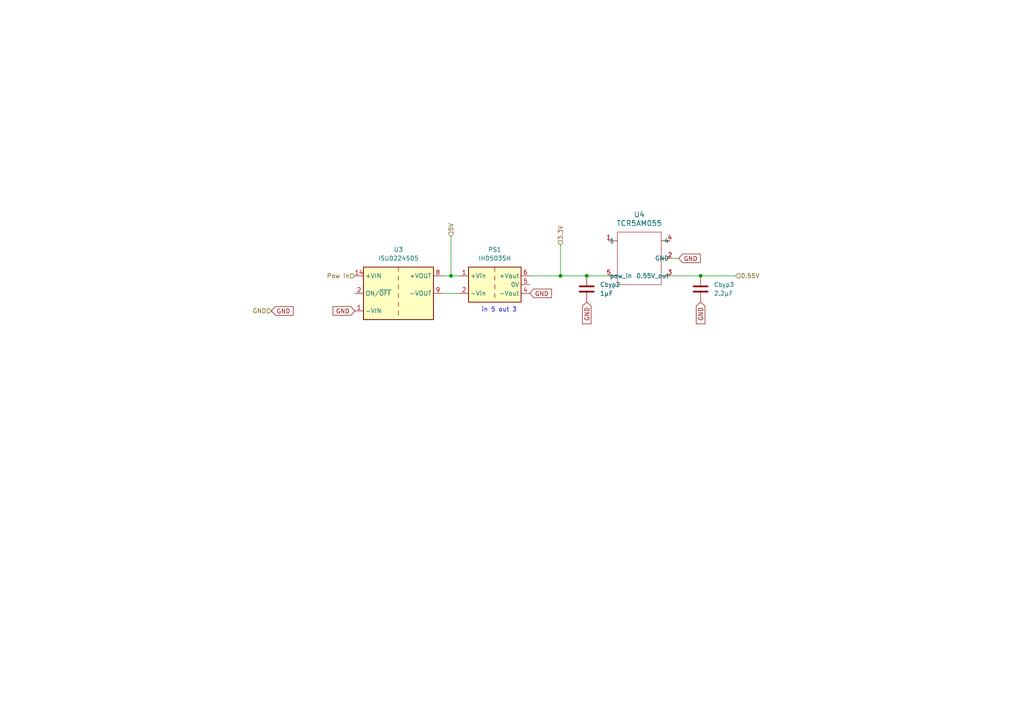
<source format=kicad_sch>
(kicad_sch (version 20231120) (generator "eeschema") (generator_version "8.0")
  (paper "A4")
  (lib_symbols
    (symbol "Converter_DCDC:IH0503SH"
      (property "Reference" "PS" (at -7.62 6.35 0))
      (property "Value" "IH0503SH" (at 1.27 6.35 0))
      (symbol "IH0503SH_0_0"
        (pin power_in line (at -10.16 2.54 0) (length 2.54) (name "+Vin") (number "1"))
        (pin power_in line (at -10.16 -2.54 0) (length 2.54) (name "-Vin") (number "2"))
        (pin power_out line (at 10.16 -2.54 180) (length 2.54) (name "-Vout") (number "4"))
        (pin power_out line (at 10.16 0 180) (length 2.54) (name "0V") (number "5"))
        (pin power_out line (at 10.16 2.54 180) (length 2.54) (name "+Vout") (number "6"))
      )
      (symbol "IH0503SH_0_1"
        (rectangle (start -7.62 5.08) (end 7.62 -5.08) (stroke (width 0.254)) (fill (type background)))
        (polyline (pts (xy 0 -2.54) (xy 0 -3.81)))
        (polyline (pts (xy 0 0) (xy 0 -1.27)))
        (polyline (pts (xy 0 2.54) (xy 0 1.27)))
        (polyline (pts (xy 0 5.08) (xy 0 3.81)))
      )
    )
    (symbol "Converter_DCDC:ISU0224S05"
      (property "Reference" "U" (at 0 11.43 0))
      (property "Value" "ISU0224S05" (at 0 8.89 0))
      (symbol "ISU0224S05_0_1"
        (rectangle (start -10.16 7.62) (end 10.16 -7.62) (stroke (width 0.254)) (fill (type background)))
        (polyline (pts (xy 0 -5.08) (xy 0 -6.35)))
        (polyline (pts (xy 0 -2.54) (xy 0 -3.81)))
        (polyline (pts (xy 0 0) (xy 0 -1.27)))
        (polyline (pts (xy 0 2.54) (xy 0 1.27)))
        (polyline (pts (xy 0 5.08) (xy 0 3.81)))
        (polyline (pts (xy 0 7.62) (xy 0 6.35)))
      )
      (symbol "ISU0224S05_1_1"
        (pin power_in line (at -12.7 -5.08 0) (length 2.54) (name "-VIN") (number "1"))
        (pin power_in line (at -12.7 5.08 0) (length 2.54) (name "+VIN") (number "14"))
        (pin input line (at -12.7 0 0) (length 2.54) (name "ON/~{OFF}") (number "2"))
        (pin no_connect line (at 10.16 -2.54 180) (length 2.54) hide (name "NC") (number "6"))
        (pin no_connect line (at 10.16 -5.08 180) (length 2.54) hide (name "NC") (number "7"))
        (pin power_out line (at 12.7 5.08 180) (length 2.54) (name "+VOUT") (number "8"))
        (pin power_out line (at 12.7 0 180) (length 2.54) (name "-VOUT") (number "9"))
      )
    )
    (symbol "Device:C" (pin_numbers hide) (pin_names (offset 0.254))
      (property "Reference" "C" (at 0.635 2.54 0))
      (property "Value" "C" (at 0.635 -2.54 0))
      (symbol "C_0_1"
        (polyline (pts (xy -2.032 -0.762) (xy 2.032 -0.762)) (stroke (width 0.508)))
        (polyline (pts (xy -2.032 0.762) (xy 2.032 0.762)) (stroke (width 0.508)))
      )
      (symbol "C_1_1"
        (pin passive line (at 0 3.81 270) (length 2.794) (name "~") (number "1"))
        (pin passive line (at 0 -3.81 90) (length 2.794) (name "~") (number "2"))
      )
    )
    (symbol "TCR5AM055:TCR5AM055" (pin_names (offset 0.254))
      (property "Reference" "U" (at 0 0 0))
      (property "Value" "TCR5AM055" (at 0 0 0))
      (symbol "TCR5AM055_0_1"
        (polyline (pts (xy -2.54 -12.7) (xy 0 -12.7)))
        (polyline (pts (xy -2.54 -7.62) (xy 0 -7.62)))
        (polyline (pts (xy -2.54 -2.54) (xy 0 -2.54)))
        (polyline (pts (xy 0 -15.24) (xy 0 0)) (stroke (width 0.127)))
        (polyline (pts (xy 0 0) (xy 12.7 0)) (stroke (width 0.127)))
        (polyline (pts (xy 12.7 -15.24) (xy 0 -15.24)) (stroke (width 0.127)))
        (polyline (pts (xy 12.7 0) (xy 12.7 -15.24)) (stroke (width 0.127)))
        (polyline (pts (xy 15.24 -12.7) (xy 12.7 -12.7)))
        (polyline (pts (xy 15.24 -2.54) (xy 12.7 -2.54)))
      )
      (symbol "TCR5AM055_1_1"
        (pin output line (at 15.24 -2.54 180) (length 0.0254) (name "1") (number "1"))
        (pin output line (at -2.54 -7.62 0) (length 0.0254) (name "GND") (number "2"))
        (pin output line (at -2.54 -12.7 0) (length 0.0254) (name "0.55V_out") (number "3"))
        (pin input line (at -2.54 -2.54 0) (length 0.0254) (name "4") (number "4"))
        (pin input line (at 15.24 -12.7 180) (length 0.0254) (name "pow_in") (number "5"))
      )
    )
  )
  (junction (at 170.18 80.01))
  (junction (at 130.81 80.01))
  (junction (at 203.2 80.01))
  (junction (at 162.56 80.01))
  (wire (pts (xy 170.18 80.01) (xy 176.53 80.01)))
  (wire (pts (xy 162.56 80.01) (xy 170.18 80.01)))
  (wire (pts (xy 128.27 85.09) (xy 133.35 85.09)))
  (wire (pts (xy 153.67 80.01) (xy 162.56 80.01)))
  (wire (pts (xy 128.27 80.01) (xy 130.81 80.01)))
  (wire (pts (xy 130.81 68.58) (xy 130.81 80.01)))
  (wire (pts (xy 130.81 80.01) (xy 133.35 80.01)))
  (wire (pts (xy 194.31 74.93) (xy 196.85 74.93)))
  (wire (pts (xy 194.31 80.01) (xy 203.2 80.01)))
  (wire (pts (xy 203.2 80.01) (xy 213.36 80.01)))
  (wire (pts (xy 162.56 71.12) (xy 162.56 80.01)))
  (text "in 5 out 3\n" (at 144.78 89.916 0) (effects (font (size 1.27 1.27))))
  (global_label "GND" (shape input) (at 196.85 74.93 0) (property "Intersheetrefs" "${INTERSHEET_REFS}" (effects (hide yes))))
  (global_label "GND" (shape input) (at 153.67 85.09 0) (property "Intersheetrefs" "${INTERSHEET_REFS}" (effects (hide yes))))
  (global_label "GND" (shape input) (at 203.2 87.63 270) (property "Intersheetrefs" "${INTERSHEET_REFS}" (effects (hide yes))))
  (global_label "GND" (shape input) (at 78.74 90.17 0) (property "Intersheetrefs" "${INTERSHEET_REFS}" (effects (hide yes))))
  (global_label "GND" (shape input) (at 170.18 87.63 270) (property "Intersheetrefs" "${INTERSHEET_REFS}" (effects (hide yes))))
  (global_label "GND" (shape input) (at 102.87 90.17 180) (property "Intersheetrefs" "${INTERSHEET_REFS}" (effects (hide yes))))
  (hierarchical_label "GND" (shape input) (at 78.74 90.17 180))
  (hierarchical_label "0.55V" (shape input) (at 213.36 80.01 0))
  (hierarchical_label "Pow in" (shape input) (at 102.87 80.01 180))
  (hierarchical_label "5V" (shape input) (at 130.81 68.58 90))
  (hierarchical_label "3.3V" (shape input) (at 162.56 71.12 90))
  (symbol (lib_id "Device:C") (at 203.2 83.82 0) (unit 1)
    (property "Reference" "Cbyp3" (at 207.01 82.5499 0) (effects (justify left)))
    (property "Value" "2.2μF" (at 207.01 85.0899 0) (effects (justify left)))
    (property "Footprint" "Capacitor_THT:CP_Axial_L10.0mm_D4.5mm_P15.00mm_Horizontal" (effects (hide yes)))
    (property "Description" "Unpolarized capacitor" (effects (hide yes)))
  )
  (symbol (lib_id "Converter_DCDC:IH0503SH") (at 143.51 82.55 0) (unit 1)
    (property "Reference" "PS1" (at 143.51 72.39 0))
    (property "Value" "IH0503SH" (at 143.51 74.93 0))
    (property "Footprint" "Converter_DCDC:Converter_DCDC_XP_POWER-IHxxxxSH_THT" (effects (hide yes)))
    (property "Datasheet" "https://www.xppower.com/pdfs/SF_IH.pdf" (effects (hide yes)))
    (property "Description" "XP Power 2W, 3000-6000 VDC Isolated DC/DC Converter Module, Dual Output Voltage ±3.3V, ±200mA, 5V Input Voltage, SIP" (effects (hide yes)))
  )
  (symbol (lib_id "TCR5AM055:TCR5AM055") (at 191.77 67.31 0) (mirror y) (unit 1)
    (property "Reference" "U4" (at 185.42 62.23 0) (effects (font (size 1.524 1.524))))
    (property "Value" "TCR5AM055" (at 185.42 64.77 0) (effects (font (size 1.524 1.524))))
    (property "Footprint" "DFN5B_TOS" (effects (hide yes)))
    (property "Datasheet" "TCR5AM055" (effects (hide yes)))
  )
  (symbol (lib_id "Device:C") (at 170.18 83.82 0) (unit 1)
    (property "Reference" "Cbyp2" (at 173.99 82.5499 0) (effects (justify left)))
    (property "Value" "1μF" (at 173.99 85.0899 0) (effects (justify left)))
    (property "Footprint" "Capacitor_THT:CP_Axial_L10.0mm_D4.5mm_P15.00mm_Horizontal" (effects (hide yes)))
    (property "Description" "Unpolarized capacitor" (effects (hide yes)))
  )
  (symbol (lib_id "Converter_DCDC:ISU0224S05") (at 115.57 85.09 0) (unit 1)
    (property "Reference" "U3" (at 115.57 72.39 0))
    (property "Value" "ISU0224S05" (at 115.57 74.93 0))
    (property "Footprint" "Converter_DCDC:Converter_DCDC_XP_POWER-ISU02_SMD" (effects (hide yes)))
    (property "Datasheet" "https://www.xppower.com/Portals/0/pdfs/SF_ISU02.pdf" (effects (hide yes)))
    (property "Description" "XP Power 2W Isolated DC/DC Converter Module, 5V Output Voltage, 9-36V Input Voltage" (effects (hide yes)))
  )
)
</source>
